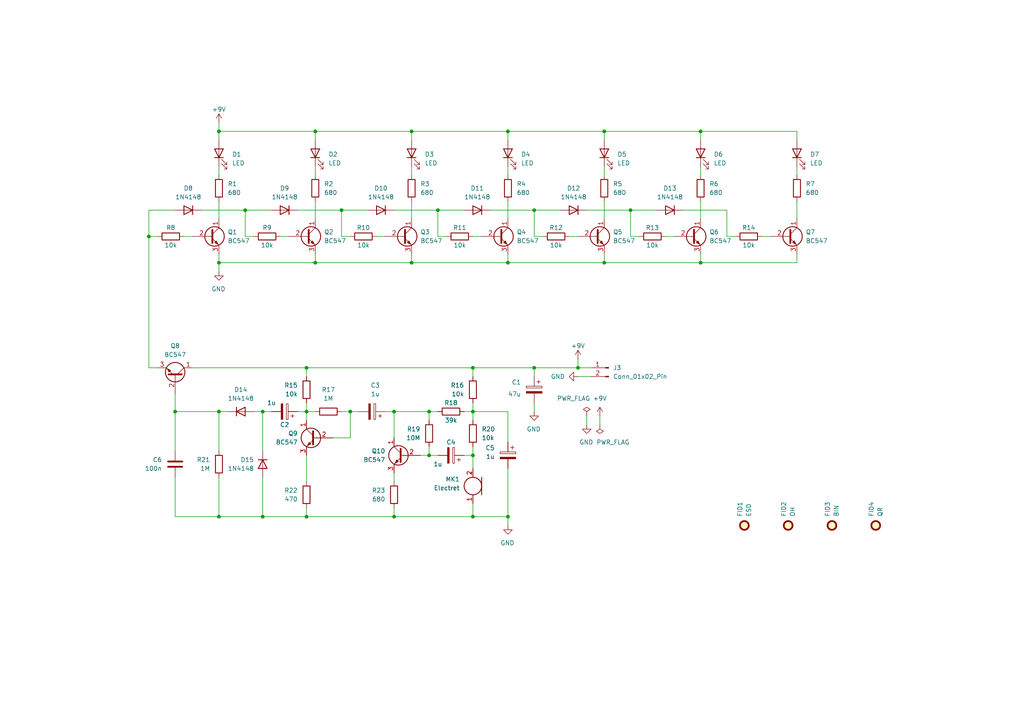
<source format=kicad_sch>
(kicad_sch (version 20230121) (generator eeschema)
  (paper "A4")
  (title_block (title "${acronym} - ${title}") (date "${date}") (rev "${revision}") (company "${company}") (comment 1 "${creator}") (comment 2 "${license}"))
  (lib_symbols
    (symbol "Connector:Conn_01x02_Pin" (pin_names (offset 1.016) hide)
      (property "Reference" "J" (at 0 2.54 0))
      (property "Value" "Conn_01x02_Pin" (at 0 -5.08 0))
      (symbol "Conn_01x02_Pin_1_1"
        (polyline (pts (xy 1.27 -2.54) (xy 0.8636 -2.54)) (stroke (width 0.1524)))
        (polyline (pts (xy 1.27 0) (xy 0.8636 0)) (stroke (width 0.1524)))
        (rectangle (start 0.8636 -2.413) (end 0 -2.667) (stroke (width 0.1524)) (fill (type outline)))
        (rectangle (start 0.8636 0.127) (end 0 -0.127) (stroke (width 0.1524)) (fill (type outline)))
        (pin passive line (at 5.08 0 180) (length 3.81) (name "Pin_1") (number "1"))
        (pin passive line (at 5.08 -2.54 180) (length 3.81) (name "Pin_2") (number "2"))
      )
    )
    (symbol "Device:C" (pin_numbers hide) (pin_names (offset 0.254))
      (property "Reference" "C" (at 0.635 2.54 0))
      (property "Value" "C" (at 0.635 -2.54 0))
      (symbol "C_0_1"
        (polyline (pts (xy -2.032 -0.762) (xy 2.032 -0.762)) (stroke (width 0.508)))
        (polyline (pts (xy -2.032 0.762) (xy 2.032 0.762)) (stroke (width 0.508)))
      )
      (symbol "C_1_1"
        (pin passive line (at 0 3.81 270) (length 2.794) (name "~") (number "1"))
        (pin passive line (at 0 -3.81 90) (length 2.794) (name "~") (number "2"))
      )
    )
    (symbol "Device:C_Polarized" (pin_numbers hide) (pin_names (offset 0.254))
      (property "Reference" "C" (at 0.635 2.54 0))
      (property "Value" "C_Polarized" (at 0.635 -2.54 0))
      (symbol "C_Polarized_0_1"
        (rectangle (start -2.286 0.508) (end 2.286 1.016))
        (polyline (pts (xy -1.778 2.286) (xy -0.762 2.286)))
        (polyline (pts (xy -1.27 2.794) (xy -1.27 1.778)))
        (rectangle (start 2.286 -0.508) (end -2.286 -1.016) (fill (type outline)))
      )
      (symbol "C_Polarized_1_1"
        (pin passive line (at 0 3.81 270) (length 2.794) (name "~") (number "1"))
        (pin passive line (at 0 -3.81 90) (length 2.794) (name "~") (number "2"))
      )
    )
    (symbol "Device:D" (pin_numbers hide) (pin_names (offset 1.016) hide)
      (property "Reference" "D" (at 0 2.54 0))
      (property "Value" "D" (at 0 -2.54 0))
      (symbol "D_0_1"
        (polyline (pts (xy -1.27 1.27) (xy -1.27 -1.27)) (stroke (width 0.254)))
        (polyline (pts (xy 1.27 0) (xy -1.27 0)))
        (polyline (pts (xy 1.27 1.27) (xy 1.27 -1.27) (xy -1.27 0) (xy 1.27 1.27)) (stroke (width 0.254)))
      )
      (symbol "D_1_1"
        (pin passive line (at -3.81 0 0) (length 2.54) (name "K") (number "1"))
        (pin passive line (at 3.81 0 180) (length 2.54) (name "A") (number "2"))
      )
    )
    (symbol "Device:LED" (pin_numbers hide) (pin_names (offset 1.016) hide)
      (property "Reference" "D" (at 0 2.54 0))
      (property "Value" "LED" (at 0 -2.54 0))
      (symbol "LED_0_1"
        (polyline (pts (xy -1.27 -1.27) (xy -1.27 1.27)) (stroke (width 0.254)))
        (polyline (pts (xy -1.27 0) (xy 1.27 0)))
        (polyline (pts (xy 1.27 -1.27) (xy 1.27 1.27) (xy -1.27 0) (xy 1.27 -1.27)) (stroke (width 0.254)))
        (polyline (pts (xy -3.048 -0.762) (xy -4.572 -2.286) (xy -3.81 -2.286) (xy -4.572 -2.286) (xy -4.572 -1.524)))
        (polyline (pts (xy -1.778 -0.762) (xy -3.302 -2.286) (xy -2.54 -2.286) (xy -3.302 -2.286) (xy -3.302 -1.524)))
      )
      (symbol "LED_1_1"
        (pin passive line (at -3.81 0 0) (length 2.54) (name "K") (number "1"))
        (pin passive line (at 3.81 0 180) (length 2.54) (name "A") (number "2"))
      )
    )
    (symbol "Device:Microphone" (pin_names (offset 0.0254) hide)
      (property "Reference" "MK" (at -3.81 1.27 0))
      (property "Value" "Microphone" (at -3.81 -0.635 0))
      (symbol "Microphone_0_1"
        (polyline (pts (xy -2.54 2.54) (xy -2.54 -2.54)) (stroke (width 0.254)))
        (polyline (pts (xy 0.254 3.81) (xy 0.762 3.81)))
        (polyline (pts (xy 0.508 4.064) (xy 0.508 3.556)))
        (circle (center 0 0) (radius 2.54) (stroke (width 0.254)))
      )
      (symbol "Microphone_1_1"
        (pin passive line (at 0 -5.08 90) (length 2.54) (name "-") (number "1"))
        (pin passive line (at 0 5.08 270) (length 2.54) (name "+") (number "2"))
      )
    )
    (symbol "Device:R" (pin_numbers hide) (pin_names (offset 0))
      (property "Reference" "R" (at 2.032 0 90))
      (property "Value" "R" (at 0 0 90))
      (symbol "R_0_1"
        (rectangle (start -1.016 -2.54) (end 1.016 2.54) (stroke (width 0.254)))
      )
      (symbol "R_1_1"
        (pin passive line (at 0 3.81 270) (length 1.27) (name "~") (number "1"))
        (pin passive line (at 0 -3.81 90) (length 1.27) (name "~") (number "2"))
      )
    )
    (symbol "Mechanical:Fiducial"
      (property "Reference" "FID" (at 0 5.08 0))
      (property "Value" "Fiducial" (at 0 3.175 0))
      (symbol "Fiducial_0_1"
        (circle (center 0 0) (radius 1.27) (stroke (width 0.508)) (fill (type background)))
      )
    )
    (symbol "Transistor_BJT:BC547" (pin_names (offset 0) hide)
      (property "Reference" "Q" (at 5.08 1.905 0))
      (property "Value" "BC547" (at 5.08 0 0))
      (symbol "BC547_0_1"
        (polyline (pts (xy 0 0) (xy 0.635 0)))
        (polyline (pts (xy 0.635 0.635) (xy 2.54 2.54)))
        (polyline (pts (xy 0.635 -0.635) (xy 2.54 -2.54) (xy 2.54 -2.54)))
        (polyline (pts (xy 0.635 1.905) (xy 0.635 -1.905) (xy 0.635 -1.905)) (stroke (width 0.508)))
        (polyline (pts (xy 1.27 -1.778) (xy 1.778 -1.27) (xy 2.286 -2.286) (xy 1.27 -1.778) (xy 1.27 -1.778)) (fill (type outline)))
        (circle (center 1.27 0) (radius 2.8194) (stroke (width 0.254)))
      )
      (symbol "BC547_1_1"
        (pin passive line (at 2.54 5.08 270) (length 2.54) (name "C") (number "1"))
        (pin input line (at -5.08 0 0) (length 5.08) (name "B") (number "2"))
        (pin passive line (at 2.54 -5.08 90) (length 2.54) (name "E") (number "3"))
      )
    )
    (symbol "power:+9V" (power) (pin_names (offset 0))
      (property "Value" "+9V" (at 0 3.556 0))
      (symbol "+9V_0_1"
        (polyline (pts (xy -0.762 1.27) (xy 0 2.54)))
        (polyline (pts (xy 0 0) (xy 0 2.54)))
        (polyline (pts (xy 0 2.54) (xy 0.762 1.27)))
      )
      (symbol "+9V_1_1"
        (pin power_in line (at 0 0 90) (length 0) hide (name "+9V") (number "1"))
      )
    )
    (symbol "power:GND" (power) (pin_names (offset 0))
      (property "Value" "GND" (at 0 -3.81 0))
      (symbol "GND_0_1"
        (polyline (pts (xy 0 0) (xy 0 -1.27) (xy 1.27 -1.27) (xy 0 -2.54) (xy -1.27 -1.27) (xy 0 -1.27)))
      )
      (symbol "GND_1_1"
        (pin power_in line (at 0 0 270) (length 0) hide (name "GND") (number "1"))
      )
    )
    (symbol "power:PWR_FLAG" (power) (pin_numbers hide) (pin_names (offset 0) hide)
      (property "Value" "PWR_FLAG" (at 0 3.81 0))
      (symbol "PWR_FLAG_0_0"
        (pin power_out line (at 0 0 90) (length 0) (name "pwr") (number "1"))
      )
      (symbol "PWR_FLAG_0_1"
        (polyline (pts (xy 0 0) (xy 0 1.27) (xy -1.016 1.905) (xy 0 2.54) (xy 1.016 1.905) (xy 0 1.27)))
      )
    )
  )
  (junction (at 182.88 60.96))
  (junction (at 137.16 132.08))
  (junction (at 71.12 60.96))
  (junction (at 119.38 76.2))
  (junction (at 76.2 149.86))
  (junction (at 167.64 106.68))
  (junction (at 88.9 119.38))
  (junction (at 63.5 76.2))
  (junction (at 88.9 106.68))
  (junction (at 147.32 38.1))
  (junction (at 88.9 149.86))
  (junction (at 101.6 119.38))
  (junction (at 114.3 119.38))
  (junction (at 203.2 76.2))
  (junction (at 91.44 38.1))
  (junction (at 114.3 149.86))
  (junction (at 124.46 132.08))
  (junction (at 50.8 119.38))
  (junction (at 91.44 76.2))
  (junction (at 43.18 68.58))
  (junction (at 137.16 149.86))
  (junction (at 63.5 38.1))
  (junction (at 119.38 38.1))
  (junction (at 99.06 60.96))
  (junction (at 137.16 106.68))
  (junction (at 127 60.96))
  (junction (at 203.2 38.1))
  (junction (at 147.32 149.86))
  (junction (at 175.26 76.2))
  (junction (at 76.2 119.38))
  (junction (at 147.32 76.2))
  (junction (at 63.5 149.86))
  (junction (at 175.26 38.1))
  (junction (at 137.16 119.38))
  (junction (at 154.94 106.68))
  (junction (at 154.94 60.96))
  (junction (at 124.46 119.38))
  (junction (at 63.5 119.38))
  (wire (pts (xy 154.94 106.68) (xy 167.64 106.68)))
  (wire (pts (xy 198.12 60.96) (xy 210.82 60.96)))
  (wire (pts (xy 109.22 68.58) (xy 111.76 68.58)))
  (wire (pts (xy 154.94 106.68) (xy 137.16 106.68)))
  (wire (pts (xy 114.3 60.96) (xy 127 60.96)))
  (wire (pts (xy 76.2 119.38) (xy 76.2 130.81)))
  (wire (pts (xy 50.8 138.43) (xy 50.8 149.86)))
  (wire (pts (xy 91.44 38.1) (xy 119.38 38.1)))
  (wire (pts (xy 106.68 60.96) (xy 99.06 60.96)))
  (wire (pts (xy 147.32 38.1) (xy 147.32 40.64)))
  (wire (pts (xy 119.38 38.1) (xy 147.32 38.1)))
  (wire (pts (xy 182.88 60.96) (xy 182.88 68.58)))
  (wire (pts (xy 127 60.96) (xy 127 68.58)))
  (wire (pts (xy 50.8 60.96) (xy 43.18 60.96)))
  (wire (pts (xy 88.9 132.08) (xy 88.9 139.7)))
  (wire (pts (xy 99.06 119.38) (xy 101.6 119.38)))
  (wire (pts (xy 88.9 109.22) (xy 88.9 106.68)))
  (wire (pts (xy 154.94 116.84) (xy 154.94 119.38)))
  (wire (pts (xy 50.8 119.38) (xy 50.8 130.81)))
  (wire (pts (xy 175.26 76.2) (xy 203.2 76.2)))
  (wire (pts (xy 88.9 116.84) (xy 88.9 119.38)))
  (wire (pts (xy 81.28 68.58) (xy 83.82 68.58)))
  (wire (pts (xy 147.32 135.89) (xy 147.32 149.86)))
  (wire (pts (xy 63.5 38.1) (xy 91.44 38.1)))
  (wire (pts (xy 124.46 121.92) (xy 124.46 119.38)))
  (wire (pts (xy 165.1 68.58) (xy 167.64 68.58)))
  (wire (pts (xy 99.06 68.58) (xy 101.6 68.58)))
  (wire (pts (xy 170.18 120.65) (xy 170.18 123.19)))
  (wire (pts (xy 119.38 73.66) (xy 119.38 76.2)))
  (wire (pts (xy 63.5 76.2) (xy 63.5 78.74)))
  (wire (pts (xy 147.32 48.26) (xy 147.32 50.8)))
  (wire (pts (xy 137.16 119.38) (xy 134.62 119.38)))
  (wire (pts (xy 53.34 68.58) (xy 55.88 68.58)))
  (wire (pts (xy 91.44 76.2) (xy 119.38 76.2)))
  (wire (pts (xy 63.5 149.86) (xy 76.2 149.86)))
  (wire (pts (xy 91.44 119.38) (xy 88.9 119.38)))
  (wire (pts (xy 50.8 114.3) (xy 50.8 119.38)))
  (wire (pts (xy 203.2 58.42) (xy 203.2 63.5)))
  (wire (pts (xy 162.56 60.96) (xy 154.94 60.96)))
  (wire (pts (xy 88.9 121.92) (xy 88.9 119.38)))
  (wire (pts (xy 91.44 58.42) (xy 91.44 63.5)))
  (wire (pts (xy 63.5 38.1) (xy 63.5 40.64)))
  (wire (pts (xy 63.5 76.2) (xy 91.44 76.2)))
  (wire (pts (xy 231.14 38.1) (xy 231.14 40.64)))
  (wire (pts (xy 147.32 119.38) (xy 137.16 119.38)))
  (wire (pts (xy 88.9 147.32) (xy 88.9 149.86)))
  (wire (pts (xy 50.8 149.86) (xy 63.5 149.86)))
  (wire (pts (xy 101.6 127) (xy 96.52 127)))
  (wire (pts (xy 43.18 60.96) (xy 43.18 68.58)))
  (wire (pts (xy 114.3 147.32) (xy 114.3 149.86)))
  (wire (pts (xy 127 132.08) (xy 124.46 132.08)))
  (wire (pts (xy 137.16 116.84) (xy 137.16 119.38)))
  (wire (pts (xy 99.06 60.96) (xy 99.06 68.58)))
  (wire (pts (xy 91.44 38.1) (xy 91.44 40.64)))
  (wire (pts (xy 124.46 132.08) (xy 121.92 132.08)))
  (wire (pts (xy 193.04 68.58) (xy 195.58 68.58)))
  (wire (pts (xy 43.18 68.58) (xy 43.18 106.68)))
  (wire (pts (xy 114.3 137.16) (xy 114.3 139.7)))
  (wire (pts (xy 203.2 73.66) (xy 203.2 76.2)))
  (wire (pts (xy 114.3 149.86) (xy 88.9 149.86)))
  (wire (pts (xy 147.32 58.42) (xy 147.32 63.5)))
  (wire (pts (xy 147.32 76.2) (xy 175.26 76.2)))
  (wire (pts (xy 137.16 106.68) (xy 137.16 109.22)))
  (wire (pts (xy 45.72 106.68) (xy 43.18 106.68)))
  (wire (pts (xy 171.45 109.22) (xy 167.64 109.22)))
  (wire (pts (xy 76.2 119.38) (xy 73.66 119.38)))
  (wire (pts (xy 76.2 149.86) (xy 88.9 149.86)))
  (wire (pts (xy 203.2 38.1) (xy 203.2 40.64)))
  (wire (pts (xy 86.36 60.96) (xy 99.06 60.96)))
  (wire (pts (xy 88.9 106.68) (xy 55.88 106.68)))
  (wire (pts (xy 63.5 48.26) (xy 63.5 50.8)))
  (wire (pts (xy 63.5 119.38) (xy 50.8 119.38)))
  (wire (pts (xy 71.12 60.96) (xy 71.12 68.58)))
  (wire (pts (xy 175.26 73.66) (xy 175.26 76.2)))
  (wire (pts (xy 147.32 73.66) (xy 147.32 76.2)))
  (wire (pts (xy 137.16 106.68) (xy 88.9 106.68)))
  (wire (pts (xy 134.62 60.96) (xy 127 60.96)))
  (wire (pts (xy 142.24 60.96) (xy 154.94 60.96)))
  (wire (pts (xy 114.3 127) (xy 114.3 119.38)))
  (wire (pts (xy 203.2 48.26) (xy 203.2 50.8)))
  (wire (pts (xy 137.16 119.38) (xy 137.16 121.92)))
  (wire (pts (xy 137.16 146.05) (xy 137.16 149.86)))
  (wire (pts (xy 167.64 104.14) (xy 167.64 106.68)))
  (wire (pts (xy 175.26 38.1) (xy 175.26 40.64)))
  (wire (pts (xy 137.16 68.58) (xy 139.7 68.58)))
  (wire (pts (xy 137.16 132.08) (xy 137.16 135.89)))
  (wire (pts (xy 147.32 149.86) (xy 147.32 152.4)))
  (wire (pts (xy 58.42 60.96) (xy 71.12 60.96)))
  (wire (pts (xy 220.98 68.58) (xy 223.52 68.58)))
  (wire (pts (xy 127 119.38) (xy 124.46 119.38)))
  (wire (pts (xy 175.26 38.1) (xy 203.2 38.1)))
  (wire (pts (xy 63.5 35.56) (xy 63.5 38.1)))
  (wire (pts (xy 43.18 68.58) (xy 45.72 68.58)))
  (wire (pts (xy 91.44 48.26) (xy 91.44 50.8)))
  (wire (pts (xy 137.16 132.08) (xy 134.62 132.08)))
  (wire (pts (xy 170.18 60.96) (xy 182.88 60.96)))
  (wire (pts (xy 210.82 60.96) (xy 210.82 68.58)))
  (wire (pts (xy 137.16 129.54) (xy 137.16 132.08)))
  (wire (pts (xy 231.14 73.66) (xy 231.14 76.2)))
  (wire (pts (xy 190.5 60.96) (xy 182.88 60.96)))
  (wire (pts (xy 231.14 58.42) (xy 231.14 63.5)))
  (wire (pts (xy 147.32 119.38) (xy 147.32 128.27)))
  (wire (pts (xy 91.44 73.66) (xy 91.44 76.2)))
  (wire (pts (xy 78.74 60.96) (xy 71.12 60.96)))
  (wire (pts (xy 210.82 68.58) (xy 213.36 68.58)))
  (wire (pts (xy 154.94 60.96) (xy 154.94 68.58)))
  (wire (pts (xy 63.5 119.38) (xy 63.5 130.81)))
  (wire (pts (xy 154.94 106.68) (xy 154.94 109.22)))
  (wire (pts (xy 124.46 129.54) (xy 124.46 132.08)))
  (wire (pts (xy 147.32 38.1) (xy 175.26 38.1)))
  (wire (pts (xy 124.46 119.38) (xy 114.3 119.38)))
  (wire (pts (xy 147.32 149.86) (xy 137.16 149.86)))
  (wire (pts (xy 78.74 119.38) (xy 76.2 119.38)))
  (wire (pts (xy 119.38 48.26) (xy 119.38 50.8)))
  (wire (pts (xy 127 68.58) (xy 129.54 68.58)))
  (wire (pts (xy 66.04 119.38) (xy 63.5 119.38)))
  (wire (pts (xy 119.38 58.42) (xy 119.38 63.5)))
  (wire (pts (xy 173.99 120.65) (xy 173.99 123.19)))
  (wire (pts (xy 76.2 138.43) (xy 76.2 149.86)))
  (wire (pts (xy 175.26 48.26) (xy 175.26 50.8)))
  (wire (pts (xy 231.14 48.26) (xy 231.14 50.8)))
  (wire (pts (xy 175.26 58.42) (xy 175.26 63.5)))
  (wire (pts (xy 71.12 68.58) (xy 73.66 68.58)))
  (wire (pts (xy 182.88 68.58) (xy 185.42 68.58)))
  (wire (pts (xy 114.3 119.38) (xy 111.76 119.38)))
  (wire (pts (xy 119.38 76.2) (xy 147.32 76.2)))
  (wire (pts (xy 137.16 149.86) (xy 114.3 149.86)))
  (wire (pts (xy 88.9 119.38) (xy 86.36 119.38)))
  (wire (pts (xy 63.5 138.43) (xy 63.5 149.86)))
  (wire (pts (xy 171.45 106.68) (xy 167.64 106.68)))
  (wire (pts (xy 101.6 119.38) (xy 101.6 127)))
  (wire (pts (xy 203.2 38.1) (xy 231.14 38.1)))
  (wire (pts (xy 119.38 38.1) (xy 119.38 40.64)))
  (wire (pts (xy 104.14 119.38) (xy 101.6 119.38)))
  (wire (pts (xy 203.2 76.2) (xy 231.14 76.2)))
  (wire (pts (xy 63.5 73.66) (xy 63.5 76.2)))
  (wire (pts (xy 154.94 68.58) (xy 157.48 68.58)))
  (wire (pts (xy 63.5 58.42) (xy 63.5 63.5)))
  (symbol (lib_id "power:GND") (at 63.5 78.74 0) (mirror y) (unit 1)
    (property "Reference" "#PWR0101" (effects hide))
    (property "Value" "GND" (at 65.405 83.82 0) (effects (justify left)))
  )
  (symbol (lib_id "Device:D") (at 166.37 60.96 180) (unit 1)
    (property "Reference" "D12" (at 166.37 54.61 0))
    (property "Value" "1N4148" (at 166.37 57.15 0))
    (property "Footprint" "Diode_THT:D_A-405_P7.62mm_Horizontal" (effects hide))
    (property "Sim.Device" "D" (effects hide))
    (property "Sim.Pins" "1=K 2=A" (effects hide))
    (property "Vendor" "HTL" (effects hide))
    (property "VendorId" "100176" (effects hide))
  )
  (symbol (lib_id "Device:R") (at 77.47 68.58 270) (unit 1)
    (property "Reference" "R9" (at 77.47 66.04 90))
    (property "Value" "10k" (at 77.47 71.12 90))
    (property "Footprint" "Resistor_THT:R_Axial_DIN0207_L6.3mm_D2.5mm_P10.16mm_Horizontal" (effects hide))
    (property "Vendor" "HTL" (effects hide))
    (property "VendorId" "102812" (effects hide))
  )
  (symbol (lib_id "Transistor_BJT:BC547") (at 228.6 68.58 0) (unit 1)
    (property "Reference" "Q7" (at 233.68 67.3099 0) (effects (justify left)))
    (property "Value" "BC547" (at 233.68 69.8499 0) (effects (justify left)))
    (property "Footprint" "Package_TO_SOT_THT:TO-92_Wide" (effects hide))
    (property "Datasheet" "https://www.onsemi.com/pub/Collateral/BC550-D.pdf" (effects hide))
    (property "Vendor" "HTL" (effects hide))
    (property "VendorId" "100215" (effects hide))
  )
  (symbol (lib_id "Device:R") (at 137.16 113.03 0) (mirror y) (unit 1)
    (property "Reference" "R16" (at 134.62 111.7599 0) (effects (justify left)))
    (property "Value" "10k" (at 134.62 114.2999 0) (effects (justify left)))
    (property "Footprint" "Resistor_THT:R_Axial_DIN0207_L6.3mm_D2.5mm_P10.16mm_Horizontal" (effects hide))
    (property "Vendor" "HTL" (effects hide))
    (property "VendorId" "102812" (effects hide))
  )
  (symbol (lib_id "Device:R") (at 231.14 54.61 180) (unit 1)
    (property "Reference" "R7" (at 233.68 53.3399 0) (effects (justify right)))
    (property "Value" "680" (at 233.68 55.8799 0) (effects (justify right)))
    (property "Footprint" "Resistor_THT:R_Axial_DIN0207_L6.3mm_D2.5mm_P10.16mm_Horizontal" (effects hide))
    (property "Vendor" "HTL" (effects hide))
    (property "VendorId" "102798" (effects hide))
  )
  (symbol (lib_id "Device:R") (at 49.53 68.58 270) (unit 1)
    (property "Reference" "R8" (at 49.53 66.04 90))
    (property "Value" "10k" (at 49.53 71.12 90))
    (property "Footprint" "Resistor_THT:R_Axial_DIN0207_L6.3mm_D2.5mm_P10.16mm_Horizontal" (effects hide))
    (property "Vendor" "HTL" (effects hide))
    (property "VendorId" "102812" (effects hide))
  )
  (symbol (lib_id "Mechanical:Fiducial") (at 254 152.4 0) (unit 1)
    (property "Reference" "FID4" (at 252.73 149.86 90) (effects (justify left)))
    (property "Value" "QR" (at 255.27 149.86 90) (effects (justify left)))
    (property "Footprint" "Images:QR_0x007e_small" (effects hide))
  )
  (symbol (lib_id "power:GND") (at 154.94 119.38 0) (mirror y) (unit 1)
    (property "Reference" "#PWR03" (effects hide))
    (property "Value" "GND" (at 156.845 124.46 0) (effects (justify left)))
  )
  (symbol (lib_id "Device:R") (at 130.81 119.38 270) (mirror x) (unit 1)
    (property "Reference" "R18" (at 130.81 116.84 90))
    (property "Value" "39k" (at 130.81 121.92 90))
    (property "Footprint" "Resistor_THT:R_Axial_DIN0207_L6.3mm_D2.5mm_P10.16mm_Horizontal" (effects hide))
    (property "Vendor" "HTL" (effects hide))
    (property "VendorId" "102819" (effects hide))
  )
  (symbol (lib_id "Device:R") (at 88.9 143.51 0) (mirror x) (unit 1)
    (property "Reference" "R22" (at 86.36 142.2399 0) (effects (justify right)))
    (property "Value" "470" (at 86.36 144.7799 0) (effects (justify right)))
    (property "Footprint" "Resistor_THT:R_Axial_DIN0207_L6.3mm_D2.5mm_P10.16mm_Horizontal" (effects hide))
    (property "Vendor" "HTL" (effects hide))
    (property "VendorId" "102795" (effects hide))
  )
  (symbol (lib_id "Mechanical:Fiducial") (at 241.3 152.4 0) (unit 1)
    (property "Reference" "FID3" (at 240.03 149.86 90) (effects (justify left)))
    (property "Value" "BIN" (at 242.57 149.86 90) (effects (justify left)))
    (property "Footprint" "Symbol:WEEE-Logo_4.2x6mm_SilkScreen" (effects hide))
  )
  (symbol (lib_id "Device:LED") (at 147.32 44.45 90) (unit 1)
    (property "Reference" "D4" (at 151.13 44.7674 90) (effects (justify right)))
    (property "Value" "LED" (at 151.13 47.3074 90) (effects (justify right)))
    (property "Footprint" "LED_THT:LED_D5.0mm" (effects hide))
    (property "Vendor" "HTL" (effects hide))
    (property "VendorId" "100176" (effects hide))
  )
  (symbol (lib_id "Device:R") (at 133.35 68.58 270) (unit 1)
    (property "Reference" "R11" (at 133.35 66.04 90))
    (property "Value" "10k" (at 133.35 71.12 90))
    (property "Footprint" "Resistor_THT:R_Axial_DIN0207_L6.3mm_D2.5mm_P10.16mm_Horizontal" (effects hide))
    (property "Vendor" "HTL" (effects hide))
    (property "VendorId" "102812" (effects hide))
  )
  (symbol (lib_id "Device:C_Polarized") (at 154.94 113.03 0) (mirror y) (unit 1)
    (property "Reference" "C1" (at 151.13 110.8709 0) (effects (justify left)))
    (property "Value" "47u" (at 151.13 114.3 0) (effects (justify left)))
    (property "Footprint" "Capacitor_THT:CP_Radial_D5.0mm_P2.50mm" (effects hide))
    (property "Vendor" "HTL" (effects hide))
    (property "VendorId" "100358" (effects hide))
  )
  (symbol (lib_id "Transistor_BJT:BC547") (at 88.9 68.58 0) (unit 1)
    (property "Reference" "Q2" (at 93.98 67.3099 0) (effects (justify left)))
    (property "Value" "BC547" (at 93.98 69.8499 0) (effects (justify left)))
    (property "Footprint" "Package_TO_SOT_THT:TO-92_Wide" (effects hide))
    (property "Datasheet" "https://www.onsemi.com/pub/Collateral/BC550-D.pdf" (effects hide))
    (property "Vendor" "HTL" (effects hide))
    (property "VendorId" "100215" (effects hide))
  )
  (symbol (lib_id "Transistor_BJT:BC547") (at 91.44 127 0) (mirror y) (unit 1)
    (property "Reference" "Q9" (at 86.36 125.7299 0) (effects (justify left)))
    (property "Value" "BC547" (at 86.36 128.2699 0) (effects (justify left)))
    (property "Footprint" "Package_TO_SOT_THT:TO-92_Wide" (effects hide))
    (property "Datasheet" "https://www.onsemi.com/pub/Collateral/BC550-D.pdf" (effects hide))
    (property "Vendor" "HTL" (effects hide))
    (property "VendorId" "100215" (effects hide))
  )
  (symbol (lib_id "Device:Microphone") (at 137.16 140.97 0) (mirror y) (unit 1)
    (property "Reference" "MK1" (at 133.35 139.0014 0) (effects (justify left)))
    (property "Value" "Electret" (at 133.35 141.5414 0) (effects (justify left)))
    (property "Footprint" "Sensor_MIC:Electret_THT" (effects hide))
    (property "Vendor" "HTL" (effects hide))
    (property "VendorId" "100477" (effects hide))
  )
  (symbol (lib_id "Transistor_BJT:BC547") (at 172.72 68.58 0) (unit 1)
    (property "Reference" "Q5" (at 177.8 67.3099 0) (effects (justify left)))
    (property "Value" "BC547" (at 177.8 69.8499 0) (effects (justify left)))
    (property "Footprint" "Package_TO_SOT_THT:TO-92_Wide" (effects hide))
    (property "Datasheet" "https://www.onsemi.com/pub/Collateral/BC550-D.pdf" (effects hide))
    (property "Vendor" "HTL" (effects hide))
    (property "VendorId" "100215" (effects hide))
  )
  (symbol (lib_id "Device:R") (at 189.23 68.58 270) (unit 1)
    (property "Reference" "R13" (at 189.23 66.04 90))
    (property "Value" "10k" (at 189.23 71.12 90))
    (property "Footprint" "Resistor_THT:R_Axial_DIN0207_L6.3mm_D2.5mm_P10.16mm_Horizontal" (effects hide))
    (property "Vendor" "HTL" (effects hide))
    (property "VendorId" "102812" (effects hide))
  )
  (symbol (lib_id "Device:R") (at 124.46 125.73 0) (mirror x) (unit 1)
    (property "Reference" "R19" (at 121.92 124.4599 0) (effects (justify right)))
    (property "Value" "10M" (at 121.92 126.9999 0) (effects (justify right)))
    (property "Footprint" "Resistor_THT:R_Axial_DIN0207_L6.3mm_D2.5mm_P10.16mm_Horizontal" (effects hide))
    (property "Vendor" "HTL" (effects hide))
    (property "VendorId" "102845" (effects hide))
  )
  (symbol (lib_id "Device:R") (at 175.26 54.61 180) (unit 1)
    (property "Reference" "R5" (at 177.8 53.3399 0) (effects (justify right)))
    (property "Value" "680" (at 177.8 55.8799 0) (effects (justify right)))
    (property "Footprint" "Resistor_THT:R_Axial_DIN0207_L6.3mm_D2.5mm_P10.16mm_Horizontal" (effects hide))
    (property "Vendor" "HTL" (effects hide))
    (property "VendorId" "102798" (effects hide))
  )
  (symbol (lib_id "Device:LED") (at 175.26 44.45 90) (unit 1)
    (property "Reference" "D5" (at 179.07 44.7674 90) (effects (justify right)))
    (property "Value" "LED" (at 179.07 47.3074 90) (effects (justify right)))
    (property "Footprint" "LED_THT:LED_D5.0mm" (effects hide))
    (property "Vendor" "HTL" (effects hide))
    (property "VendorId" "100176" (effects hide))
  )
  (symbol (lib_id "Device:R") (at 95.25 119.38 270) (mirror x) (unit 1)
    (property "Reference" "R17" (at 95.25 113.03 90))
    (property "Value" "1M" (at 95.25 115.57 90))
    (property "Footprint" "Resistor_THT:R_Axial_DIN0207_L6.3mm_D2.5mm_P10.16mm_Horizontal" (effects hide))
    (property "Vendor" "HTL" (effects hide))
    (property "VendorId" "102836" (effects hide))
  )
  (symbol (lib_id "Device:R") (at 114.3 143.51 0) (mirror x) (unit 1)
    (property "Reference" "R23" (at 111.76 142.2399 0) (effects (justify right)))
    (property "Value" "680" (at 111.76 144.7799 0) (effects (justify right)))
    (property "Footprint" "Resistor_THT:R_Axial_DIN0207_L6.3mm_D2.5mm_P10.16mm_Horizontal" (effects hide))
    (property "Vendor" "HTL" (effects hide))
    (property "VendorId" "102798" (effects hide))
  )
  (symbol (lib_id "Device:R") (at 137.16 125.73 180) (unit 1)
    (property "Reference" "R20" (at 139.7 124.4599 0) (effects (justify right)))
    (property "Value" "10k" (at 139.7 126.9999 0) (effects (justify right)))
    (property "Footprint" "Resistor_THT:R_Axial_DIN0207_L6.3mm_D2.5mm_P10.16mm_Horizontal" (effects hide))
    (property "Vendor" "HTL" (effects hide))
    (property "VendorId" "102812" (effects hide))
  )
  (symbol (lib_id "Transistor_BJT:BC547") (at 60.96 68.58 0) (unit 1)
    (property "Reference" "Q1" (at 66.04 67.3099 0) (effects (justify left)))
    (property "Value" "BC547" (at 66.04 69.8499 0) (effects (justify left)))
    (property "Footprint" "Package_TO_SOT_THT:TO-92_Wide" (effects hide))
    (property "Datasheet" "https://www.onsemi.com/pub/Collateral/BC550-D.pdf" (effects hide))
    (property "Vendor" "HTL" (effects hide))
    (property "VendorId" "100215" (effects hide))
  )
  (symbol (lib_id "Device:R") (at 63.5 54.61 180) (unit 1)
    (property "Reference" "R1" (at 66.04 53.3399 0) (effects (justify right)))
    (property "Value" "680" (at 66.04 55.8799 0) (effects (justify right)))
    (property "Footprint" "Resistor_THT:R_Axial_DIN0207_L6.3mm_D2.5mm_P10.16mm_Horizontal" (effects hide))
    (property "Vendor" "HTL" (effects hide))
    (property "VendorId" "102798" (effects hide))
  )
  (symbol (lib_id "Device:C_Polarized") (at 130.81 132.08 270) (mirror x) (unit 1)
    (property "Reference" "C4" (at 130.81 128.27 90))
    (property "Value" "1u" (at 127 134.62 90))
    (property "Footprint" "Capacitor_THT:CP_Radial_D5.0mm_P2.50mm" (effects hide))
    (property "Vendor" "HTL" (effects hide))
    (property "VendorId" "100345" (effects hide))
  )
  (symbol (lib_id "power:GND") (at 170.18 123.19 0) (mirror y) (unit 1)
    (property "Reference" "#PWR05" (effects hide))
    (property "Value" "GND" (at 172.085 128.27 0) (effects (justify left)))
  )
  (symbol (lib_id "Transistor_BJT:BC547") (at 144.78 68.58 0) (unit 1)
    (property "Reference" "Q4" (at 149.86 67.3099 0) (effects (justify left)))
    (property "Value" "BC547" (at 149.86 69.8499 0) (effects (justify left)))
    (property "Footprint" "Package_TO_SOT_THT:TO-92_Wide" (effects hide))
    (property "Datasheet" "https://www.onsemi.com/pub/Collateral/BC550-D.pdf" (effects hide))
    (property "Vendor" "HTL" (effects hide))
    (property "VendorId" "100215" (effects hide))
  )
  (symbol (lib_id "Device:R") (at 217.17 68.58 270) (unit 1)
    (property "Reference" "R14" (at 217.17 66.04 90))
    (property "Value" "10k" (at 217.17 71.12 90))
    (property "Footprint" "Resistor_THT:R_Axial_DIN0207_L6.3mm_D2.5mm_P10.16mm_Horizontal" (effects hide))
    (property "Vendor" "HTL" (effects hide))
    (property "VendorId" "102812" (effects hide))
  )
  (symbol (lib_id "Device:R") (at 147.32 54.61 180) (unit 1)
    (property "Reference" "R4" (at 149.86 53.3399 0) (effects (justify right)))
    (property "Value" "680" (at 149.86 55.8799 0) (effects (justify right)))
    (property "Footprint" "Resistor_THT:R_Axial_DIN0207_L6.3mm_D2.5mm_P10.16mm_Horizontal" (effects hide))
    (property "Vendor" "HTL" (effects hide))
    (property "VendorId" "102798" (effects hide))
  )
  (symbol (lib_id "Device:LED") (at 91.44 44.45 90) (unit 1)
    (property "Reference" "D2" (at 95.25 44.7674 90) (effects (justify right)))
    (property "Value" "LED" (at 95.25 47.3074 90) (effects (justify right)))
    (property "Footprint" "LED_THT:LED_D5.0mm" (effects hide))
    (property "Vendor" "HTL" (effects hide))
    (property "VendorId" "100176" (effects hide))
  )
  (symbol (lib_id "Device:R") (at 203.2 54.61 180) (unit 1)
    (property "Reference" "R6" (at 205.74 53.3399 0) (effects (justify right)))
    (property "Value" "680" (at 205.74 55.8799 0) (effects (justify right)))
    (property "Footprint" "Resistor_THT:R_Axial_DIN0207_L6.3mm_D2.5mm_P10.16mm_Horizontal" (effects hide))
    (property "Vendor" "HTL" (effects hide))
    (property "VendorId" "102798" (effects hide))
  )
  (symbol (lib_id "Device:D") (at 69.85 119.38 0) (mirror x) (unit 1)
    (property "Reference" "D14" (at 69.85 113.03 0))
    (property "Value" "1N4148" (at 69.85 115.57 0))
    (property "Footprint" "Diode_THT:D_A-405_P7.62mm_Horizontal" (effects hide))
    (property "Sim.Device" "D" (effects hide))
    (property "Sim.Pins" "1=K 2=A" (effects hide))
    (property "Vendor" "HTL" (effects hide))
    (property "VendorId" "100176" (effects hide))
  )
  (symbol (lib_id "Connector:Conn_01x02_Pin") (at 176.53 106.68 0) (mirror y) (unit 1)
    (property "Reference" "J3" (at 177.8 106.68 0) (effects (justify right)))
    (property "Value" "Conn_01x02_Pin" (at 177.8 109.22 0) (effects (justify right)))
    (property "Footprint" "Connector_PinHeader_2.54mm:PinHeader_1x02_P2.54mm_Vertical" (effects hide))
    (property "Vendor" "HTL" (effects hide))
    (property "VendorId" "101521" (effects hide))
  )
  (symbol (lib_id "Mechanical:Fiducial") (at 215.9 152.4 0) (unit 1)
    (property "Reference" "FID1" (at 214.63 149.86 90) (effects (justify left)))
    (property "Value" "ESD" (at 217.17 149.86 90) (effects (justify left)))
    (property "Footprint" "Symbol:ESD-Logo_6.6x6mm_SilkScreen" (effects hide))
  )
  (symbol (lib_id "Device:C_Polarized") (at 107.95 119.38 270) (mirror x) (unit 1)
    (property "Reference" "C3" (at 108.839 111.76 90))
    (property "Value" "1u" (at 108.839 114.3 90))
    (property "Footprint" "Capacitor_THT:CP_Radial_D5.0mm_P2.50mm" (effects hide))
    (property "Vendor" "HTL" (effects hide))
    (property "VendorId" "100345" (effects hide))
  )
  (symbol (lib_id "Transistor_BJT:BC547") (at 50.8 109.22 270) (mirror x) (unit 1)
    (property "Reference" "Q8" (at 50.8 100.33 90))
    (property "Value" "BC547" (at 50.8 102.87 90))
    (property "Footprint" "Package_TO_SOT_THT:TO-92_Wide" (effects hide))
    (property "Datasheet" "https://www.onsemi.com/pub/Collateral/BC550-D.pdf" (effects hide))
    (property "Vendor" "HTL" (effects hide))
    (property "VendorId" "100215" (effects hide))
  )
  (symbol (lib_id "power:+9V") (at 63.5 35.56 0) (mirror y) (unit 1)
    (property "Reference" "#PWR0102" (effects hide))
    (property "Value" "+9V" (at 63.5 31.75 0))
  )
  (symbol (lib_id "Transistor_BJT:BC547") (at 116.84 132.08 0) (mirror y) (unit 1)
    (property "Reference" "Q10" (at 111.76 130.8099 0) (effects (justify left)))
    (property "Value" "BC547" (at 111.76 133.3499 0) (effects (justify left)))
    (property "Footprint" "Package_TO_SOT_THT:TO-92_Wide" (effects hide))
    (property "Datasheet" "https://www.onsemi.com/pub/Collateral/BC550-D.pdf" (effects hide))
    (property "Vendor" "HTL" (effects hide))
    (property "VendorId" "100215" (effects hide))
  )
  (symbol (lib_id "Transistor_BJT:BC547") (at 200.66 68.58 0) (unit 1)
    (property "Reference" "Q6" (at 205.74 67.3099 0) (effects (justify left)))
    (property "Value" "BC547" (at 205.74 69.8499 0) (effects (justify left)))
    (property "Footprint" "Package_TO_SOT_THT:TO-92_Wide" (effects hide))
    (property "Datasheet" "https://www.onsemi.com/pub/Collateral/BC550-D.pdf" (effects hide))
    (property "Vendor" "HTL" (effects hide))
    (property "VendorId" "100215" (effects hide))
  )
  (symbol (lib_id "Device:D") (at 82.55 60.96 180) (unit 1)
    (property "Reference" "D9" (at 82.55 54.61 0))
    (property "Value" "1N4148" (at 82.55 57.15 0))
    (property "Footprint" "Diode_THT:D_A-405_P7.62mm_Horizontal" (effects hide))
    (property "Sim.Device" "D" (effects hide))
    (property "Sim.Pins" "1=K 2=A" (effects hide))
    (property "Vendor" "HTL" (effects hide))
    (property "VendorId" "100176" (effects hide))
  )
  (symbol (lib_id "Device:R") (at 63.5 134.62 0) (mirror x) (unit 1)
    (property "Reference" "R21" (at 60.96 133.3499 0) (effects (justify right)))
    (property "Value" "1M" (at 60.96 135.8899 0) (effects (justify right)))
    (property "Footprint" "Resistor_THT:R_Axial_DIN0207_L6.3mm_D2.5mm_P10.16mm_Horizontal" (effects hide))
    (property "Vendor" "HTL" (effects hide))
    (property "VendorId" "102836" (effects hide))
  )
  (symbol (lib_id "power:PWR_FLAG") (at 170.18 120.65 0) (mirror y) (unit 1)
    (property "Reference" "#FLG01" (effects hide))
    (property "Value" "PWR_FLAG" (at 166.37 115.57 0))
  )
  (symbol (lib_id "Device:R") (at 161.29 68.58 270) (unit 1)
    (property "Reference" "R12" (at 161.29 66.04 90))
    (property "Value" "10k" (at 161.29 71.12 90))
    (property "Footprint" "Resistor_THT:R_Axial_DIN0207_L6.3mm_D2.5mm_P10.16mm_Horizontal" (effects hide))
    (property "Vendor" "HTL" (effects hide))
    (property "VendorId" "102812" (effects hide))
  )
  (symbol (lib_id "power:+9V") (at 173.99 120.65 0) (mirror y) (unit 1)
    (property "Reference" "#PWR04" (effects hide))
    (property "Value" "+9V" (at 173.99 115.57 0))
  )
  (symbol (lib_id "Device:R") (at 88.9 113.03 0) (mirror y) (unit 1)
    (property "Reference" "R15" (at 86.36 111.7599 0) (effects (justify left)))
    (property "Value" "10k" (at 86.36 114.2999 0) (effects (justify left)))
    (property "Footprint" "Resistor_THT:R_Axial_DIN0207_L6.3mm_D2.5mm_P10.16mm_Horizontal" (effects hide))
    (property "Vendor" "HTL" (effects hide))
    (property "VendorId" "102812" (effects hide))
  )
  (symbol (lib_id "Mechanical:Fiducial") (at 228.6 152.4 0) (unit 1)
    (property "Reference" "FID2" (at 227.33 149.86 90) (effects (justify left)))
    (property "Value" "OH" (at 229.87 149.86 90) (effects (justify left)))
    (property "Footprint" "Symbol:OSHW-Logo2_7.3x6mm_SilkScreen" (effects hide))
  )
  (symbol (lib_id "power:+9V") (at 167.64 104.14 0) (mirror y) (unit 1)
    (property "Reference" "#PWR01" (effects hide))
    (property "Value" "+9V" (at 167.64 100.33 0))
  )
  (symbol (lib_id "Device:D") (at 110.49 60.96 180) (unit 1)
    (property "Reference" "D10" (at 110.49 54.61 0))
    (property "Value" "1N4148" (at 110.49 57.15 0))
    (property "Footprint" "Diode_THT:D_A-405_P7.62mm_Horizontal" (effects hide))
    (property "Sim.Device" "D" (effects hide))
    (property "Sim.Pins" "1=K 2=A" (effects hide))
    (property "Vendor" "HTL" (effects hide))
    (property "VendorId" "100176" (effects hide))
  )
  (symbol (lib_id "Transistor_BJT:BC547") (at 116.84 68.58 0) (unit 1)
    (property "Reference" "Q3" (at 121.92 67.3099 0) (effects (justify left)))
    (property "Value" "BC547" (at 121.92 69.8499 0) (effects (justify left)))
    (property "Footprint" "Package_TO_SOT_THT:TO-92_Wide" (effects hide))
    (property "Datasheet" "https://www.onsemi.com/pub/Collateral/BC550-D.pdf" (effects hide))
    (property "Vendor" "HTL" (effects hide))
    (property "VendorId" "100215" (effects hide))
  )
  (symbol (lib_id "Device:R") (at 91.44 54.61 180) (unit 1)
    (property "Reference" "R2" (at 93.98 53.3399 0) (effects (justify right)))
    (property "Value" "680" (at 93.98 55.8799 0) (effects (justify right)))
    (property "Footprint" "Resistor_THT:R_Axial_DIN0207_L6.3mm_D2.5mm_P10.16mm_Horizontal" (effects hide))
    (property "Vendor" "HTL" (effects hide))
    (property "VendorId" "102798" (effects hide))
  )
  (symbol (lib_id "Device:D") (at 76.2 134.62 90) (mirror x) (unit 1)
    (property "Reference" "D15" (at 73.66 133.3499 90) (effects (justify left)))
    (property "Value" "1N4148" (at 73.66 135.8899 90) (effects (justify left)))
    (property "Footprint" "Diode_THT:D_A-405_P7.62mm_Horizontal" (effects hide))
    (property "Sim.Device" "D" (effects hide))
    (property "Sim.Pins" "1=K 2=A" (effects hide))
    (property "Vendor" "HTL" (effects hide))
    (property "VendorId" "100176" (effects hide))
  )
  (symbol (lib_id "Device:D") (at 138.43 60.96 180) (unit 1)
    (property "Reference" "D11" (at 138.43 54.61 0))
    (property "Value" "1N4148" (at 138.43 57.15 0))
    (property "Footprint" "Diode_THT:D_A-405_P7.62mm_Horizontal" (effects hide))
    (property "Sim.Device" "D" (effects hide))
    (property "Sim.Pins" "1=K 2=A" (effects hide))
    (property "Vendor" "HTL" (effects hide))
    (property "VendorId" "100176" (effects hide))
  )
  (symbol (lib_id "Device:LED") (at 119.38 44.45 90) (unit 1)
    (property "Reference" "D3" (at 123.19 44.7674 90) (effects (justify right)))
    (property "Value" "LED" (at 123.19 47.3074 90) (effects (justify right)))
    (property "Footprint" "LED_THT:LED_D5.0mm" (effects hide))
    (property "Vendor" "HTL" (effects hide))
    (property "VendorId" "100176" (effects hide))
  )
  (symbol (lib_id "power:PWR_FLAG") (at 173.99 123.19 0) (mirror x) (unit 1)
    (property "Reference" "#FLG02" (effects hide))
    (property "Value" "PWR_FLAG" (at 177.8 128.27 0))
  )
  (symbol (lib_id "Device:C") (at 50.8 134.62 0) (mirror y) (unit 1)
    (property "Reference" "C6" (at 46.99 133.3499 0) (effects (justify left)))
    (property "Value" "100n" (at 46.99 135.8899 0) (effects (justify left)))
    (property "Footprint" "Capacitor_THT:C_Disc_D5.0mm_W2.5mm_P2.50mm" (effects hide))
    (property "Vendor" "HTL" (effects hide))
    (property "VendorId" "103390" (effects hide))
  )
  (symbol (lib_id "Device:R") (at 119.38 54.61 180) (unit 1)
    (property "Reference" "R3" (at 121.92 53.3399 0) (effects (justify right)))
    (property "Value" "680" (at 121.92 55.8799 0) (effects (justify right)))
    (property "Footprint" "Resistor_THT:R_Axial_DIN0207_L6.3mm_D2.5mm_P10.16mm_Horizontal" (effects hide))
    (property "Vendor" "HTL" (effects hide))
    (property "VendorId" "102798" (effects hide))
  )
  (symbol (lib_id "Device:LED") (at 203.2 44.45 90) (unit 1)
    (property "Reference" "D6" (at 207.01 44.7674 90) (effects (justify right)))
    (property "Value" "LED" (at 207.01 47.3074 90) (effects (justify right)))
    (property "Footprint" "LED_THT:LED_D5.0mm" (effects hide))
    (property "Vendor" "HTL" (effects hide))
    (property "VendorId" "100176" (effects hide))
  )
  (symbol (lib_id "Device:C_Polarized") (at 82.55 119.38 270) (mirror x) (unit 1)
    (property "Reference" "C2" (at 82.55 123.19 90))
    (property "Value" "1u" (at 78.74 116.84 90))
    (property "Footprint" "Capacitor_THT:CP_Radial_D5.0mm_P2.50mm" (effects hide))
    (property "Vendor" "HTL" (effects hide))
    (property "VendorId" "100345" (effects hide))
  )
  (symbol (lib_id "Device:D") (at 194.31 60.96 180) (unit 1)
    (property "Reference" "D13" (at 194.31 54.61 0))
    (property "Value" "1N4148" (at 194.31 57.15 0))
    (property "Footprint" "Diode_THT:D_A-405_P7.62mm_Horizontal" (effects hide))
    (property "Sim.Device" "D" (effects hide))
    (property "Sim.Pins" "1=K 2=A" (effects hide))
    (property "Vendor" "HTL" (effects hide))
    (property "VendorId" "100176" (effects hide))
  )
  (symbol (lib_id "power:GND") (at 147.32 152.4 0) (mirror y) (unit 1)
    (property "Reference" "#PWR06" (effects hide))
    (property "Value" "GND" (at 149.225 157.48 0) (effects (justify left)))
  )
  (symbol (lib_id "Device:D") (at 54.61 60.96 180) (unit 1)
    (property "Reference" "D8" (at 54.61 54.61 0))
    (property "Value" "1N4148" (at 54.61 57.15 0))
    (property "Footprint" "Diode_THT:D_A-405_P7.62mm_Horizontal" (effects hide))
    (property "Sim.Device" "D" (effects hide))
    (property "Sim.Pins" "1=K 2=A" (effects hide))
    (property "Vendor" "HTL" (effects hide))
    (property "VendorId" "100176" (effects hide))
  )
  (symbol (lib_id "Device:LED") (at 231.14 44.45 90) (unit 1)
    (property "Reference" "D7" (at 234.95 44.7674 90) (effects (justify right)))
    (property "Value" "LED" (at 234.95 47.3074 90) (effects (justify right)))
    (property "Footprint" "LED_THT:LED_D5.0mm" (effects hide))
    (property "Vendor" "HTL" (effects hide))
    (property "VendorId" "100176" (effects hide))
  )
  (symbol (lib_id "Device:LED") (at 63.5 44.45 90) (unit 1)
    (property "Reference" "D1" (at 67.31 44.7674 90) (effects (justify right)))
    (property "Value" "LED" (at 67.31 47.3074 90) (effects (justify right)))
    (property "Footprint" "LED_THT:LED_D5.0mm" (effects hide))
    (property "Vendor" "HTL" (effects hide))
    (property "VendorId" "100176" (effects hide))
  )
  (symbol (lib_id "Device:R") (at 105.41 68.58 270) (unit 1)
    (property "Reference" "R10" (at 105.41 66.04 90))
    (property "Value" "10k" (at 105.41 71.12 90))
    (property "Footprint" "Resistor_THT:R_Axial_DIN0207_L6.3mm_D2.5mm_P10.16mm_Horizontal" (effects hide))
    (property "Vendor" "HTL" (effects hide))
    (property "VendorId" "102812" (effects hide))
  )
  (symbol (lib_id "power:GND") (at 167.64 109.22 270) (mirror x) (unit 1)
    (property "Reference" "#PWR02" (effects hide))
    (property "Value" "GND" (at 163.83 109.2199 90) (effects (justify right)))
  )
  (symbol (lib_id "Device:C_Polarized") (at 147.32 132.08 0) (mirror y) (unit 1)
    (property "Reference" "C5" (at 143.51 129.9209 0) (effects (justify left)))
    (property "Value" "1u" (at 143.51 132.4609 0) (effects (justify left)))
    (property "Footprint" "Capacitor_THT:CP_Radial_D5.0mm_P2.50mm" (effects hide))
    (property "Vendor" "HTL" (effects hide))
    (property "VendorId" "100345" (effects hide))
  )
)
</source>
